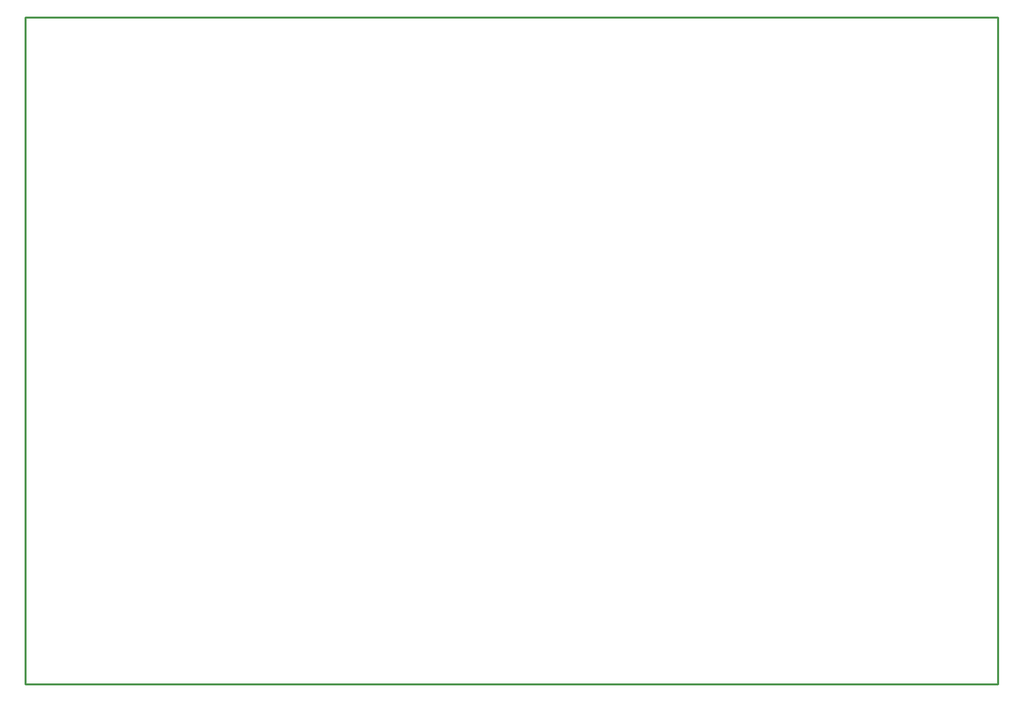
<source format=gko>
G04 Layer: BoardOutlineLayer*
G04 EasyEDA v6.5.8, 2022-08-15 07:29:34*
G04 028e3914a6f949ed9ca799ef75e4ed4f,10*
G04 Gerber Generator version 0.2*
G04 Scale: 100 percent, Rotated: No, Reflected: No *
G04 Dimensions in millimeters *
G04 leading zeros omitted , absolute positions ,4 integer and 5 decimal *
%FSLAX45Y45*%
%MOMM*%

%ADD10C,0.2540*%
D10*
X699998Y9699980D02*
G01*
X13099973Y9699980D01*
X13099973Y1199997D01*
X699998Y1199997D01*
X699998Y9699980D01*

%LPD*%
M02*

</source>
